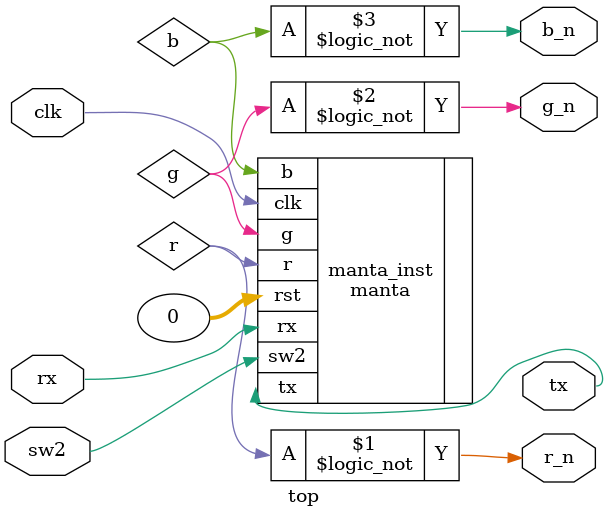
<source format=sv>
module top(
  input clk,
  input sw2,
  input rx,
  output tx,
  output r_n,
  output g_n,
  output b_n
);

  logic r, g, b;
  assign r_n = !r,
    g_n = !g,
    b_n = !b;

manta manta_inst(
  .clk(clk),
  .rst(0),
  .rx(rx),
  .tx(tx),
  .sw2(sw2),
  .r(r),
  .g(g),
  .b(b)
);


endmodule

</source>
